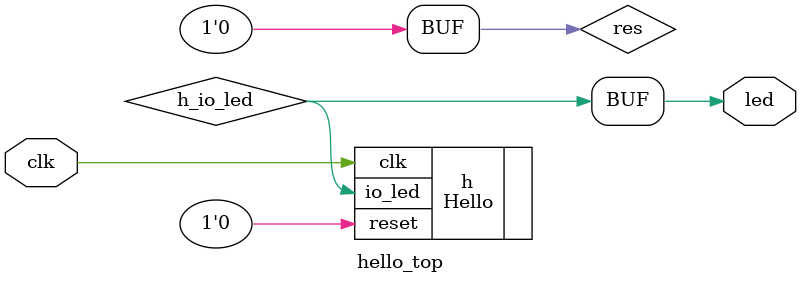
<source format=v>
/* Minimal top level for the Chisel Hello World.
  Wire reset to 0. */

module hello_top(input clk, output led);

  wire h_io_led;
  wire res;

  assign led = h_io_led;
  assign res = 1'h0;
  Hello h(.clk(clk), .reset(res),
       .io_led( h_io_led ));
endmodule

</source>
